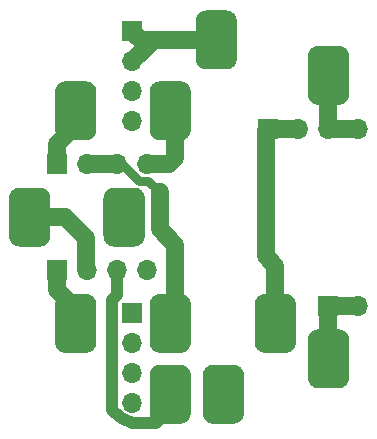
<source format=gbr>
%TF.GenerationSoftware,KiCad,Pcbnew,5.1.9-73d0e3b20d~88~ubuntu18.04.1*%
%TF.CreationDate,2021-01-16T14:41:07+01:00*%
%TF.ProjectId,saba-fernbedienung-anschlussstecker,73616261-2d66-4657-926e-62656469656e,1*%
%TF.SameCoordinates,Original*%
%TF.FileFunction,Copper,L1,Top*%
%TF.FilePolarity,Positive*%
%FSLAX46Y46*%
G04 Gerber Fmt 4.6, Leading zero omitted, Abs format (unit mm)*
G04 Created by KiCad (PCBNEW 5.1.9-73d0e3b20d~88~ubuntu18.04.1) date 2021-01-16 14:41:07*
%MOMM*%
%LPD*%
G01*
G04 APERTURE LIST*
%TA.AperFunction,ComponentPad*%
%ADD10R,1.700000X1.700000*%
%TD*%
%TA.AperFunction,ComponentPad*%
%ADD11O,1.700000X1.700000*%
%TD*%
%TA.AperFunction,Conductor*%
%ADD12C,1.500000*%
%TD*%
%TA.AperFunction,Conductor*%
%ADD13C,0.750000*%
%TD*%
%TA.AperFunction,Conductor*%
%ADD14C,1.000000*%
%TD*%
G04 APERTURE END LIST*
%TO.P,X101,1*%
%TO.N,Net-(J103-Pad2)*%
%TA.AperFunction,ComponentPad*%
G36*
G01*
X112450000Y-81625000D02*
X112450000Y-78375000D01*
G75*
G02*
X113325000Y-77500000I875000J0D01*
G01*
X115075000Y-77500000D01*
G75*
G02*
X115950000Y-78375000I0J-875000D01*
G01*
X115950000Y-81625000D01*
G75*
G02*
X115075000Y-82500000I-875000J0D01*
G01*
X113325000Y-82500000D01*
G75*
G02*
X112450000Y-81625000I0J875000D01*
G01*
G37*
%TD.AperFunction*%
%TO.P,X101,2*%
%TO.N,Net-(J101-Pad1)*%
%TA.AperFunction,ComponentPad*%
G36*
G01*
X116350000Y-72625000D02*
X116350000Y-69375000D01*
G75*
G02*
X117225000Y-68500000I875000J0D01*
G01*
X118975000Y-68500000D01*
G75*
G02*
X119850000Y-69375000I0J-875000D01*
G01*
X119850000Y-72625000D01*
G75*
G02*
X118975000Y-73500000I-875000J0D01*
G01*
X117225000Y-73500000D01*
G75*
G02*
X116350000Y-72625000I0J875000D01*
G01*
G37*
%TD.AperFunction*%
%TO.P,X101,5*%
%TO.N,Net-(J103-Pad1)*%
%TA.AperFunction,ComponentPad*%
G36*
G01*
X116350000Y-90625000D02*
X116350000Y-87375000D01*
G75*
G02*
X117225000Y-86500000I875000J0D01*
G01*
X118975000Y-86500000D01*
G75*
G02*
X119850000Y-87375000I0J-875000D01*
G01*
X119850000Y-90625000D01*
G75*
G02*
X118975000Y-91500000I-875000J0D01*
G01*
X117225000Y-91500000D01*
G75*
G02*
X116350000Y-90625000I0J875000D01*
G01*
G37*
%TD.AperFunction*%
%TO.P,X101,8*%
%TO.N,Net-(J102-Pad3)*%
%TA.AperFunction,ComponentPad*%
G36*
G01*
X120450000Y-81625000D02*
X120450000Y-78375000D01*
G75*
G02*
X121325000Y-77500000I875000J0D01*
G01*
X123075000Y-77500000D01*
G75*
G02*
X123950000Y-78375000I0J-875000D01*
G01*
X123950000Y-81625000D01*
G75*
G02*
X123075000Y-82500000I-875000J0D01*
G01*
X121325000Y-82500000D01*
G75*
G02*
X120450000Y-81625000I0J875000D01*
G01*
G37*
%TD.AperFunction*%
%TO.P,X101,12*%
%TO.N,Net-(J101-Pad4)*%
%TA.AperFunction,ComponentPad*%
G36*
G01*
X124350000Y-72625000D02*
X124350000Y-69375000D01*
G75*
G02*
X125225000Y-68500000I875000J0D01*
G01*
X126975000Y-68500000D01*
G75*
G02*
X127850000Y-69375000I0J-875000D01*
G01*
X127850000Y-72625000D01*
G75*
G02*
X126975000Y-73500000I-875000J0D01*
G01*
X125225000Y-73500000D01*
G75*
G02*
X124350000Y-72625000I0J875000D01*
G01*
G37*
%TD.AperFunction*%
%TO.P,X101,13*%
%TO.N,Net-(J101-Pad2)*%
%TA.AperFunction,ComponentPad*%
G36*
G01*
X124350000Y-90625000D02*
X124350000Y-87375000D01*
G75*
G02*
X125225000Y-86500000I875000J0D01*
G01*
X126975000Y-86500000D01*
G75*
G02*
X127850000Y-87375000I0J-875000D01*
G01*
X127850000Y-90625000D01*
G75*
G02*
X126975000Y-91500000I-875000J0D01*
G01*
X125225000Y-91500000D01*
G75*
G02*
X124350000Y-90625000I0J875000D01*
G01*
G37*
%TD.AperFunction*%
%TO.P,X101,14*%
%TO.N,Net-(J103-Pad3)*%
%TA.AperFunction,ComponentPad*%
G36*
G01*
X124350000Y-96625000D02*
X124350000Y-93375000D01*
G75*
G02*
X125225000Y-92500000I875000J0D01*
G01*
X126975000Y-92500000D01*
G75*
G02*
X127850000Y-93375000I0J-875000D01*
G01*
X127850000Y-96625000D01*
G75*
G02*
X126975000Y-97500000I-875000J0D01*
G01*
X125225000Y-97500000D01*
G75*
G02*
X124350000Y-96625000I0J875000D01*
G01*
G37*
%TD.AperFunction*%
%TO.P,X101,15*%
%TO.N,Net-(J102-Pad1)*%
%TA.AperFunction,ComponentPad*%
G36*
G01*
X128250000Y-66625000D02*
X128250000Y-63375000D01*
G75*
G02*
X129125000Y-62500000I875000J0D01*
G01*
X130875000Y-62500000D01*
G75*
G02*
X131750000Y-63375000I0J-875000D01*
G01*
X131750000Y-66625000D01*
G75*
G02*
X130875000Y-67500000I-875000J0D01*
G01*
X129125000Y-67500000D01*
G75*
G02*
X128250000Y-66625000I0J875000D01*
G01*
G37*
%TD.AperFunction*%
%TO.P,X101,18*%
%TO.N,Net-(J103-Pad4)*%
%TA.AperFunction,ComponentPad*%
G36*
G01*
X128850000Y-96625000D02*
X128850000Y-93375000D01*
G75*
G02*
X129725000Y-92500000I875000J0D01*
G01*
X131475000Y-92500000D01*
G75*
G02*
X132350000Y-93375000I0J-875000D01*
G01*
X132350000Y-96625000D01*
G75*
G02*
X131475000Y-97500000I-875000J0D01*
G01*
X129725000Y-97500000D01*
G75*
G02*
X128850000Y-96625000I0J875000D01*
G01*
G37*
%TD.AperFunction*%
%TO.P,X101,23*%
%TO.N,Net-(J105-Pad3)*%
%TA.AperFunction,ComponentPad*%
G36*
G01*
X137750000Y-69625000D02*
X137750000Y-66375000D01*
G75*
G02*
X138625000Y-65500000I875000J0D01*
G01*
X140375000Y-65500000D01*
G75*
G02*
X141250000Y-66375000I0J-875000D01*
G01*
X141250000Y-69625000D01*
G75*
G02*
X140375000Y-70500000I-875000J0D01*
G01*
X138625000Y-70500000D01*
G75*
G02*
X137750000Y-69625000I0J875000D01*
G01*
G37*
%TD.AperFunction*%
%TO.P,X101,21*%
%TO.N,Net-(J105-Pad1)*%
%TA.AperFunction,ComponentPad*%
G36*
G01*
X133250000Y-90625000D02*
X133250000Y-87375000D01*
G75*
G02*
X134125000Y-86500000I875000J0D01*
G01*
X135875000Y-86500000D01*
G75*
G02*
X136750000Y-87375000I0J-875000D01*
G01*
X136750000Y-90625000D01*
G75*
G02*
X135875000Y-91500000I-875000J0D01*
G01*
X134125000Y-91500000D01*
G75*
G02*
X133250000Y-90625000I0J875000D01*
G01*
G37*
%TD.AperFunction*%
%TO.P,X101,24*%
%TO.N,Net-(J104-Pad1)*%
%TA.AperFunction,ComponentPad*%
G36*
G01*
X137750000Y-93625000D02*
X137750000Y-90375000D01*
G75*
G02*
X138625000Y-89500000I875000J0D01*
G01*
X140375000Y-89500000D01*
G75*
G02*
X141250000Y-90375000I0J-875000D01*
G01*
X141250000Y-93625000D01*
G75*
G02*
X140375000Y-94500000I-875000J0D01*
G01*
X138625000Y-94500000D01*
G75*
G02*
X137750000Y-93625000I0J875000D01*
G01*
G37*
%TD.AperFunction*%
%TD*%
D10*
%TO.P,J101,1*%
%TO.N,Net-(J101-Pad1)*%
X116500000Y-75500000D03*
D11*
%TO.P,J101,2*%
%TO.N,Net-(J101-Pad2)*%
X119040000Y-75500000D03*
%TO.P,J101,3*%
X121580000Y-75500000D03*
%TO.P,J101,4*%
%TO.N,Net-(J101-Pad4)*%
X124120000Y-75500000D03*
%TD*%
%TO.P,J104,2*%
%TO.N,Net-(J104-Pad1)*%
X142040000Y-87500000D03*
D10*
%TO.P,J104,1*%
X139500000Y-87500000D03*
%TD*%
D11*
%TO.P,J106,4*%
%TO.N,N/C*%
X122900000Y-95720000D03*
%TO.P,J106,3*%
X122900000Y-93180000D03*
%TO.P,J106,2*%
X122900000Y-90640000D03*
D10*
%TO.P,J106,1*%
X122900000Y-88100000D03*
%TD*%
D11*
%TO.P,J105,4*%
%TO.N,Net-(J105-Pad3)*%
X142020000Y-72500000D03*
%TO.P,J105,3*%
X139480000Y-72500000D03*
%TO.P,J105,2*%
%TO.N,Net-(J105-Pad1)*%
X136940000Y-72500000D03*
D10*
%TO.P,J105,1*%
X134400000Y-72500000D03*
%TD*%
D11*
%TO.P,J103,4*%
%TO.N,Net-(J103-Pad4)*%
X124120000Y-84500000D03*
%TO.P,J103,3*%
%TO.N,Net-(J103-Pad3)*%
X121580000Y-84500000D03*
%TO.P,J103,2*%
%TO.N,Net-(J103-Pad2)*%
X119040000Y-84500000D03*
D10*
%TO.P,J103,1*%
%TO.N,Net-(J103-Pad1)*%
X116500000Y-84500000D03*
%TD*%
D11*
%TO.P,J102,4*%
%TO.N,Net-(J102-Pad3)*%
X122900000Y-71900000D03*
%TO.P,J102,3*%
X122900000Y-69360000D03*
%TO.P,J102,2*%
%TO.N,Net-(J102-Pad1)*%
X122900000Y-66820000D03*
D10*
%TO.P,J102,1*%
X122900000Y-64280000D03*
%TD*%
D12*
%TO.N,Net-(J101-Pad4)*%
X124120000Y-75500000D02*
X126000000Y-75500000D01*
X126500000Y-75000000D02*
X126500000Y-71000000D01*
X126000000Y-75500000D02*
X126500000Y-75000000D01*
%TO.N,Net-(J101-Pad2)*%
X121580000Y-75500000D02*
X119100000Y-75500000D01*
D13*
X123435999Y-76925001D02*
X124225001Y-76925001D01*
X122010998Y-75500000D02*
X123435999Y-76925001D01*
X121580000Y-75500000D02*
X122010998Y-75500000D01*
X124225001Y-76925001D02*
X125200000Y-77900000D01*
D12*
X125200000Y-81046002D02*
X126500000Y-82346002D01*
X125200000Y-77900000D02*
X125200000Y-81046002D01*
X126500000Y-82346002D02*
X126500000Y-89200000D01*
%TO.N,Net-(J101-Pad1)*%
X116500000Y-75500000D02*
X116500000Y-73800000D01*
X116500000Y-73800000D02*
X118500000Y-71800000D01*
%TO.N,Net-(J102-Pad1)*%
X123600000Y-65000000D02*
X122900000Y-64300000D01*
X124720000Y-65000000D02*
X125500000Y-65000000D01*
X122900000Y-66820000D02*
X124720000Y-65000000D01*
X130000000Y-65000000D02*
X125500000Y-65000000D01*
X125500000Y-65000000D02*
X123600000Y-65000000D01*
D14*
%TO.N,Net-(J103-Pad3)*%
X121200000Y-96314002D02*
X121846557Y-96960559D01*
X126500000Y-95800000D02*
X126500000Y-95000000D01*
X124900000Y-97400000D02*
X126500000Y-95800000D01*
X122832072Y-97400000D02*
X124900000Y-97400000D01*
X122006273Y-97036899D02*
X122251300Y-97149731D01*
X121846557Y-96960559D02*
X122006273Y-97036899D01*
X122251300Y-97149731D02*
X122497823Y-97258996D01*
X122497823Y-97258996D02*
X122745944Y-97364743D01*
X122745944Y-97364743D02*
X122832072Y-97400000D01*
X121580000Y-86620000D02*
X121200000Y-87000000D01*
X121580000Y-84500000D02*
X121580000Y-86620000D01*
X121200000Y-87000000D02*
X121200000Y-96314002D01*
X121846557Y-96960559D02*
X122006273Y-97036899D01*
X121580000Y-84500000D02*
X121580000Y-86620000D01*
X122497823Y-97258996D02*
X122745944Y-97364743D01*
X122832072Y-97400000D02*
X124900000Y-97400000D01*
X124900000Y-97400000D02*
X126500000Y-95800000D01*
X121200000Y-87000000D02*
X121200000Y-96314002D01*
X121580000Y-86620000D02*
X121200000Y-87000000D01*
X126500000Y-95800000D02*
X126500000Y-95000000D01*
X122251300Y-97149731D02*
X122497823Y-97258996D01*
X122745944Y-97364743D02*
X122832072Y-97400000D01*
X121200000Y-96314002D02*
X121846557Y-96960559D01*
X122006273Y-97036899D02*
X122251300Y-97149731D01*
D12*
%TO.N,Net-(J103-Pad2)*%
X114500000Y-80000000D02*
X117200000Y-80000000D01*
X117200000Y-80000000D02*
X119000000Y-81800000D01*
X119000000Y-81800000D02*
X119000000Y-84500000D01*
%TO.N,Net-(J103-Pad1)*%
X116500000Y-84500000D02*
X116500000Y-86200000D01*
X116500000Y-86200000D02*
X118500000Y-88200000D01*
X118500000Y-88200000D02*
X118500000Y-89000000D01*
%TO.N,Net-(J104-Pad1)*%
X139500000Y-92000000D02*
X139500000Y-87500000D01*
X139500000Y-87500000D02*
X142000000Y-87500000D01*
%TO.N,Net-(J105-Pad3)*%
X139500000Y-68000000D02*
X139500000Y-72500000D01*
X139500000Y-72500000D02*
X142000000Y-72500000D01*
%TO.N,Net-(J105-Pad1)*%
X135000000Y-89000000D02*
X135000000Y-84100000D01*
X135000000Y-84100000D02*
X134200000Y-83300000D01*
X134200000Y-83300000D02*
X134200000Y-72600000D01*
X134400000Y-72500000D02*
X137000000Y-72500000D01*
%TD*%
M02*

</source>
